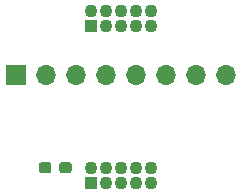
<source format=gbr>
%TF.GenerationSoftware,KiCad,Pcbnew,(5.1.8)-1*%
%TF.CreationDate,2021-09-16T00:57:33-04:00*%
%TF.ProjectId,Camera,43616d65-7261-42e6-9b69-6361645f7063,rev?*%
%TF.SameCoordinates,Original*%
%TF.FileFunction,Soldermask,Top*%
%TF.FilePolarity,Negative*%
%FSLAX46Y46*%
G04 Gerber Fmt 4.6, Leading zero omitted, Abs format (unit mm)*
G04 Created by KiCad (PCBNEW (5.1.8)-1) date 2021-09-16 00:57:33*
%MOMM*%
%LPD*%
G01*
G04 APERTURE LIST*
%ADD10C,1.100000*%
%ADD11R,1.100000X1.100000*%
%ADD12O,1.700000X1.700000*%
%ADD13R,1.700000X1.700000*%
G04 APERTURE END LIST*
D10*
%TO.C,J2*%
X154540000Y-81915000D03*
X154540000Y-83185000D03*
X153270000Y-81915000D03*
X153270000Y-83185000D03*
X152000000Y-81915000D03*
X152000000Y-83185000D03*
X150730000Y-81915000D03*
X150730000Y-83185000D03*
X149460000Y-81915000D03*
D11*
X149460000Y-83185000D03*
%TD*%
D10*
%TO.C,J1*%
X154540000Y-95164920D03*
X154540000Y-96434920D03*
X153270000Y-95164920D03*
X153270000Y-96434920D03*
X152000000Y-95164920D03*
X152000000Y-96434920D03*
X150730000Y-95164920D03*
X150730000Y-96434920D03*
X149460000Y-95164920D03*
D11*
X149460000Y-96434920D03*
%TD*%
D12*
%TO.C,U1*%
X160905000Y-87260000D03*
X158365000Y-87260000D03*
X155825000Y-87260000D03*
X153285000Y-87260000D03*
X150745000Y-87260000D03*
X148205000Y-87260000D03*
X145665000Y-87260000D03*
D13*
X143125000Y-87260000D03*
%TD*%
%TO.C,C1*%
G36*
G01*
X146145000Y-94912500D02*
X146145000Y-95387500D01*
G75*
G02*
X145907500Y-95625000I-237500J0D01*
G01*
X145307500Y-95625000D01*
G75*
G02*
X145070000Y-95387500I0J237500D01*
G01*
X145070000Y-94912500D01*
G75*
G02*
X145307500Y-94675000I237500J0D01*
G01*
X145907500Y-94675000D01*
G75*
G02*
X146145000Y-94912500I0J-237500D01*
G01*
G37*
G36*
G01*
X147870000Y-94912500D02*
X147870000Y-95387500D01*
G75*
G02*
X147632500Y-95625000I-237500J0D01*
G01*
X147032500Y-95625000D01*
G75*
G02*
X146795000Y-95387500I0J237500D01*
G01*
X146795000Y-94912500D01*
G75*
G02*
X147032500Y-94675000I237500J0D01*
G01*
X147632500Y-94675000D01*
G75*
G02*
X147870000Y-94912500I0J-237500D01*
G01*
G37*
%TD*%
M02*

</source>
